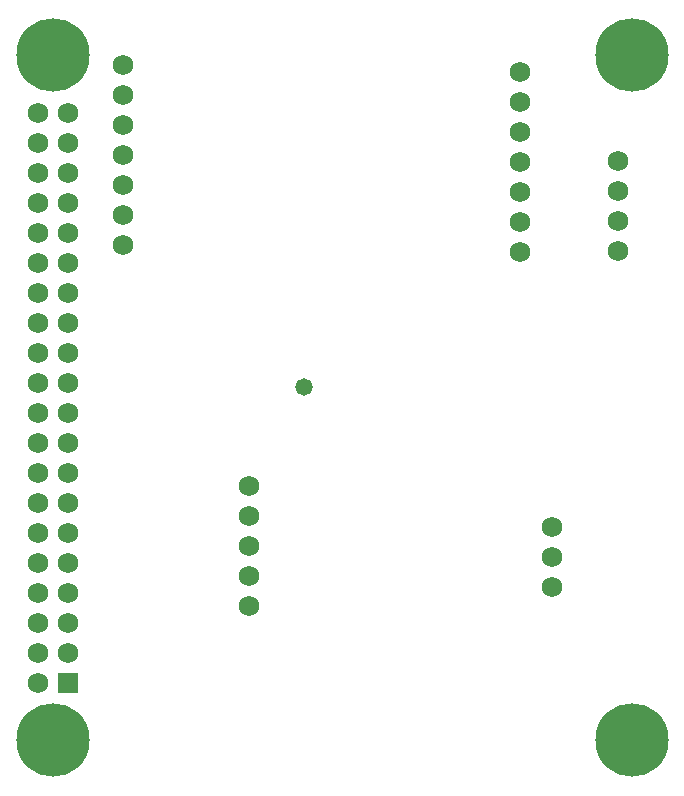
<source format=gts>
G04*
G04 #@! TF.GenerationSoftware,Altium Limited,Altium Designer,23.4.1 (23)*
G04*
G04 Layer_Color=8388736*
%FSLAX44Y44*%
%MOMM*%
G71*
G04*
G04 #@! TF.SameCoordinates,3D8DB9D9-8021-40C2-9F22-367B33DB821F*
G04*
G04*
G04 #@! TF.FilePolarity,Negative*
G04*
G01*
G75*
%ADD11C,1.7272*%
%ADD12R,1.7272X1.7272*%
%ADD13C,6.2032*%
%ADD14C,1.4732*%
D11*
X200770Y250520D02*
D03*
Y225120D02*
D03*
Y199720D02*
D03*
Y174320D02*
D03*
Y148920D02*
D03*
X430530Y448310D02*
D03*
Y473710D02*
D03*
Y499110D02*
D03*
Y524510D02*
D03*
Y549910D02*
D03*
Y575310D02*
D03*
Y600710D02*
D03*
X47700Y109100D02*
D03*
Y134500D02*
D03*
Y159900D02*
D03*
Y185300D02*
D03*
Y210700D02*
D03*
X22300Y83700D02*
D03*
Y109100D02*
D03*
Y134500D02*
D03*
Y159900D02*
D03*
Y185300D02*
D03*
Y210700D02*
D03*
X47700Y236100D02*
D03*
X22300D02*
D03*
X47700Y261500D02*
D03*
Y286900D02*
D03*
Y312300D02*
D03*
Y337700D02*
D03*
Y363100D02*
D03*
X22300Y261500D02*
D03*
Y286900D02*
D03*
Y312300D02*
D03*
Y337700D02*
D03*
Y363100D02*
D03*
Y388500D02*
D03*
X47700Y413900D02*
D03*
X22300D02*
D03*
X47700Y439300D02*
D03*
Y464700D02*
D03*
Y490100D02*
D03*
Y515500D02*
D03*
Y540900D02*
D03*
Y566300D02*
D03*
X22300Y439300D02*
D03*
Y464700D02*
D03*
Y490100D02*
D03*
Y515500D02*
D03*
Y540900D02*
D03*
Y566300D02*
D03*
X47700Y388500D02*
D03*
X457200Y165100D02*
D03*
X513080Y525780D02*
D03*
Y500380D02*
D03*
Y449580D02*
D03*
X93980Y480060D02*
D03*
Y530860D02*
D03*
X457200Y215900D02*
D03*
X93980Y556260D02*
D03*
X513080Y474980D02*
D03*
X457200Y190500D02*
D03*
X93980Y607060D02*
D03*
Y454660D02*
D03*
Y505460D02*
D03*
Y581660D02*
D03*
D12*
X47700Y83700D02*
D03*
D13*
X35000Y615000D02*
D03*
X525000D02*
D03*
Y35000D02*
D03*
X35000D02*
D03*
D14*
X247650Y334010D02*
D03*
M02*

</source>
